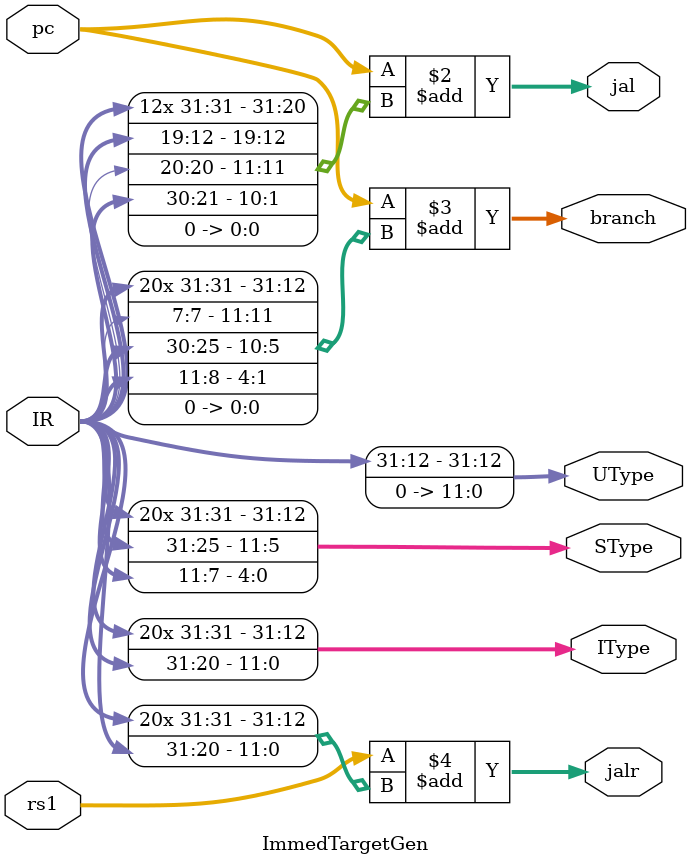
<source format=sv>
`timescale 1ns / 1ps


module ImmedTargetGen(
    input [31:7] IR,
    input [31:0] pc,
    input [31:0] rs1,
    output logic [31:0] UType,
    output logic [31:0] IType,
    output logic [31:0] SType,
    output logic [31:0] jalr,
    output logic [31:0] branch,
    output logic [31:0] jal
    );
    
    always_comb
    begin
    UType = {IR[31:12], 12'b0};
    IType = {{20{IR[31]}},IR[31:20]};
    SType = {{20{IR[31]}}, IR[31:25], IR[11:7]};
    jal = pc + {{12{IR[31]}}, IR[19:12], IR[20], IR[30:21],1'b0};
    branch = pc + {{20{IR[31]}},IR[7], IR[30:25], IR[11:8], 1'b0};
    jalr = rs1 + IType;
    end
    
endmodule

</source>
